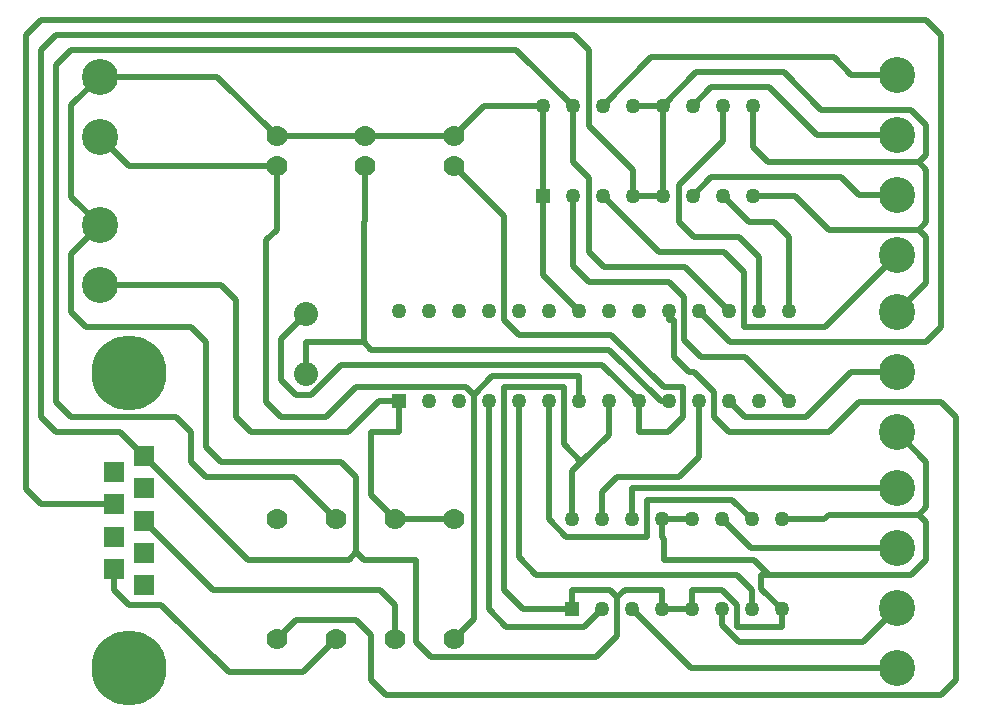
<source format=gbr>
G04 PROTEUS GERBER X2 FILE*
%TF.GenerationSoftware,Labcenter,Proteus,8.12-SP0-Build30713*%
%TF.CreationDate,2022-01-23T14:34:13+00:00*%
%TF.FileFunction,Copper,L2,Bot*%
%TF.FilePolarity,Positive*%
%TF.Part,Single*%
%TF.SameCoordinates,{31d8c894-68c1-4210-9226-32e75d25b3a7}*%
%FSLAX45Y45*%
%MOMM*%
G01*
%TA.AperFunction,Conductor*%
%ADD10C,0.508000*%
%TA.AperFunction,ComponentPad*%
%ADD11R,1.270000X1.270000*%
%ADD12C,1.270000*%
%TA.AperFunction,ComponentPad*%
%ADD13C,3.048000*%
%ADD14C,1.778000*%
%TA.AperFunction,ComponentPad*%
%ADD15R,1.778000X1.778000*%
%ADD16C,6.350000*%
%TA.AperFunction,ComponentPad*%
%ADD17C,2.032000*%
%TD.AperFunction*%
D10*
X-2492000Y+2500000D02*
X-1992000Y+2000000D01*
X-250000Y+2000000D01*
X-250000Y+2508000D02*
X-535500Y+2222500D01*
X-1587500Y+2222500D01*
X-1730000Y+2365000D01*
X-1730000Y+2500000D01*
X-1730000Y+3262000D02*
X-1484000Y+3016000D01*
X-250000Y+3016000D01*
X-250000Y+3524000D02*
X-2492000Y+3524000D01*
X-2492000Y+3262000D01*
X-2742000Y+6000000D02*
X-2266500Y+5524500D01*
X-1714500Y+5524500D01*
X-1547000Y+5357000D01*
X-1547000Y+4889500D01*
X-860500Y+4889500D01*
X-250000Y+5500000D01*
X-1980000Y+6000000D02*
X-1820500Y+6159500D01*
X-723000Y+6159500D01*
X-571500Y+6008000D01*
X-250000Y+6008000D01*
X-250000Y+6516000D02*
X-928000Y+6516000D01*
X-1333500Y+6921500D01*
X-1820500Y+6921500D01*
X-1980000Y+6762000D01*
X-2742000Y+6762000D02*
X-2328500Y+7175500D01*
X-786500Y+7175500D01*
X-635000Y+7024000D01*
X-250000Y+7024000D01*
X-6477000Y+2540000D02*
X-5905500Y+1968500D01*
X-5281500Y+1968500D01*
X-5000000Y+2250000D01*
X-6477000Y+2540000D02*
X-6750000Y+2540000D01*
X-6877000Y+2667000D01*
X-6877000Y+2838840D01*
X-4500000Y+2250000D02*
X-4500000Y+2540000D01*
X-4627000Y+2667000D01*
X-6039680Y+2667000D01*
X-6623000Y+3250320D01*
X-6623000Y+3798960D02*
X-5745040Y+2921000D01*
X-4889500Y+2921000D01*
X-4826000Y+2984500D01*
X-2488000Y+6000000D02*
X-2488000Y+6223000D01*
X-2857500Y+6592500D01*
X-2857500Y+7239000D01*
X-2984500Y+7366000D01*
X-7366000Y+7366000D01*
X-7493000Y+7239000D01*
X-7493000Y+4127500D01*
X-7366000Y+4000500D01*
X-6824540Y+4000500D01*
X-6623000Y+3798960D01*
X-7000000Y+5750000D02*
X-7239000Y+5511000D01*
X-7239000Y+5016500D01*
X-7112000Y+4889500D01*
X-6223000Y+4889500D01*
X-6096000Y+4762500D01*
X-6096000Y+3873500D01*
X-5969000Y+3746500D01*
X-4953000Y+3746500D01*
X-4826000Y+3619500D01*
X-4826000Y+2984500D01*
X-4318000Y+2921000D02*
X-4762500Y+2921000D01*
X-4826000Y+2984500D01*
X-2617412Y+2603500D02*
X-2617412Y+2272088D01*
X-2794000Y+2095500D01*
X-4191000Y+2095500D01*
X-4318000Y+2222500D01*
X-4318000Y+2921000D01*
X-2234000Y+6762000D02*
X-1947500Y+7048500D01*
X-1206500Y+7048500D01*
X-889000Y+6731000D01*
X-127000Y+6731000D01*
X+0Y+6604000D01*
X+0Y+6350000D01*
X-63500Y+6286500D01*
X-3000000Y+2500000D02*
X-3412000Y+2500000D01*
X-3579000Y+2667000D01*
X-3579000Y+4381500D01*
X-3071000Y+4381500D01*
X-3071000Y+3896500D01*
X-2921000Y+3746500D01*
X-7000000Y+7008000D02*
X-6004000Y+7008000D01*
X-5500000Y+6504000D01*
X-1333500Y+2794000D02*
X-127000Y+2794000D01*
X+0Y+2921000D01*
X+0Y+3238500D01*
X-63500Y+3302000D01*
X-63500Y+6286500D02*
X-1345000Y+6286500D01*
X-1472000Y+6413500D01*
X-1472000Y+6762000D01*
X-63500Y+5715000D02*
X-825500Y+5715000D01*
X-1110500Y+6000000D01*
X-1472000Y+6000000D01*
X-3250000Y+6000000D02*
X-3250000Y+5330000D01*
X-2944000Y+5024000D01*
X-3250000Y+6762000D02*
X-3742000Y+6762000D01*
X-4000000Y+6504000D01*
X-63500Y+5715000D02*
X+0Y+5651500D01*
X+0Y+5266000D01*
X-250000Y+5016000D01*
X-63500Y+3302000D02*
X+0Y+3365500D01*
X+0Y+3750000D01*
X-250000Y+4000000D01*
X-1333500Y+2794000D02*
X-1460500Y+2921000D01*
X-2222500Y+2921000D01*
X-3000000Y+2500000D02*
X-3000000Y+2667000D01*
X-2680912Y+2667000D01*
X-2617412Y+2603500D01*
X-2238000Y+2500000D02*
X-2238000Y+2667000D01*
X-2553912Y+2667000D01*
X-2617412Y+2603500D01*
X-1222000Y+2500000D02*
X-1397000Y+2675000D01*
X-1397000Y+2794000D01*
X-1333500Y+2794000D01*
X-63500Y+3302000D02*
X-825500Y+3302000D01*
X-865500Y+3262000D01*
X-1222000Y+3262000D01*
X-2921000Y+3746500D02*
X-3000000Y+3667500D01*
X-3000000Y+3262000D01*
X-2234000Y+6000000D02*
X-2234000Y+6762000D01*
X-3250000Y+6000000D02*
X-3250000Y+6762000D01*
X-1984000Y+2500000D02*
X-1984000Y+2667000D01*
X-1730000Y+2667000D01*
X-1603000Y+2540000D01*
X-1603000Y+2349500D01*
X-1222000Y+2349500D01*
X-1222000Y+2500000D01*
X-7000000Y+7008000D02*
X-7239000Y+6769000D01*
X-7239000Y+5989000D01*
X-7000000Y+5750000D01*
X-4750000Y+6504000D02*
X-5500000Y+6504000D01*
X-4000000Y+6504000D02*
X-4750000Y+6504000D01*
X-63500Y+6286500D02*
X+0Y+6223000D01*
X+0Y+5778500D01*
X-63500Y+5715000D01*
X-2238000Y+3262000D02*
X-2238000Y+3111500D01*
X-2222500Y+3096000D01*
X-2222500Y+2921000D01*
X-2234000Y+6762000D02*
X-2488000Y+6762000D01*
X-2488000Y+6000000D02*
X-2234000Y+6000000D01*
X-2238000Y+2500000D02*
X-1984000Y+2500000D01*
X-2238000Y+3262000D02*
X-1984000Y+3262000D01*
X-2921000Y+3746500D02*
X-2690000Y+3977500D01*
X-2690000Y+4262000D01*
X-1166000Y+4262000D02*
X-1539500Y+4635500D01*
X-1905000Y+4635500D01*
X-2051309Y+4781809D01*
X-2051309Y+5143500D01*
X-2178309Y+5270500D01*
X-2857500Y+5270500D01*
X-2996000Y+5409000D01*
X-2996000Y+6000000D01*
X-1166000Y+5024000D02*
X-1166000Y+5651500D01*
X-1293000Y+5778500D01*
X-1504500Y+5778500D01*
X-1726000Y+6000000D01*
X-1726000Y+6762000D02*
X-1726000Y+6465500D01*
X-2095500Y+6096000D01*
X-2095500Y+5778500D01*
X-1968500Y+5651500D01*
X-1587500Y+5651500D01*
X-1420000Y+5484000D01*
X-1420000Y+5024000D01*
X-2996000Y+6762000D02*
X-3473000Y+7239000D01*
X-7239000Y+7239000D01*
X-7366000Y+7112000D01*
X-7366000Y+4254500D01*
X-7239000Y+4127500D01*
X-6350000Y+4127500D01*
X-6223000Y+4000500D01*
X-6223000Y+3746500D01*
X-6096000Y+3619500D01*
X-5353500Y+3619500D01*
X-5000000Y+3266000D01*
X-2996000Y+6762000D02*
X-2996000Y+6286500D01*
X-2857500Y+6148000D01*
X-2857500Y+5524500D01*
X-2730500Y+5397500D01*
X-2047500Y+5397500D01*
X-1674000Y+5024000D01*
X-6877000Y+3387480D02*
X-7493000Y+3387480D01*
X-7620000Y+3514480D01*
X-7620000Y+7366000D01*
X-7493000Y+7493000D01*
X+0Y+7493000D01*
X+127000Y+7366000D01*
X+127000Y+4889500D01*
X+0Y+4762500D01*
X-1666500Y+4762500D01*
X-1928000Y+5024000D01*
X-2182000Y+5024000D02*
X-2182000Y+4953000D01*
X-2133858Y+4953000D01*
X-2133858Y+4635500D01*
X-2006858Y+4508500D01*
X-1968500Y+4508500D01*
X-1801000Y+4341000D01*
X-1801000Y+4127500D01*
X-1674000Y+4000500D01*
X-825500Y+4000500D01*
X-571500Y+4254500D01*
X+127000Y+4254500D01*
X+254000Y+4127500D01*
X+254000Y+1905000D01*
X+127000Y+1778000D01*
X-4572000Y+1778000D01*
X-4699000Y+1905000D01*
X-4699000Y+2286000D01*
X-4826000Y+2413000D01*
X-5337000Y+2413000D01*
X-5500000Y+2250000D01*
X-2436000Y+4262000D02*
X-2436000Y+4000500D01*
X-2191009Y+4000500D01*
X-2064009Y+4127500D01*
X-2064009Y+4381500D01*
X-2222500Y+4381500D01*
X-2667000Y+4826000D01*
X-3452000Y+4826000D01*
X-3579000Y+4953000D01*
X-3579000Y+5829000D01*
X-4000000Y+6250000D01*
X-2436000Y+4262000D02*
X-2746000Y+4572000D01*
X-4953000Y+4572000D01*
X-5207000Y+4318000D01*
X-5334000Y+4318000D01*
X-5461000Y+4445000D01*
X-5461000Y+4789000D01*
X-5250000Y+5000000D01*
X-4762500Y+4762500D02*
X-4699000Y+4699000D01*
X-2683700Y+4699000D01*
X-2246700Y+4262000D01*
X-2182000Y+4262000D01*
X-4762500Y+4762500D02*
X-5250000Y+4762500D01*
X-5250000Y+4492000D01*
X-4762500Y+4762500D02*
X-4762500Y+5778500D01*
X-4750000Y+5791000D01*
X-4750000Y+6250000D01*
X-2746000Y+2500000D02*
X-2896500Y+2349500D01*
X-3556000Y+2349500D01*
X-3706000Y+2499500D01*
X-3706000Y+4262000D01*
X-1476000Y+2500000D02*
X-1476000Y+2667000D01*
X-1603000Y+2794000D01*
X-3302000Y+2794000D01*
X-3452000Y+2944000D01*
X-3452000Y+4262000D01*
X-1476000Y+3262000D02*
X-1643000Y+3429000D01*
X-2365000Y+3429000D01*
X-2365000Y+3111500D01*
X-3048000Y+3111500D01*
X-3198000Y+3261500D01*
X-3198000Y+4262000D01*
X-2746000Y+3262000D02*
X-2746000Y+3492500D01*
X-2619000Y+3619500D01*
X-2095500Y+3619500D01*
X-1928000Y+3787000D01*
X-1928000Y+4262000D01*
X-250000Y+4508000D02*
X-635500Y+4508000D01*
X-1016000Y+4127500D01*
X-1539500Y+4127500D01*
X-1674000Y+4262000D01*
X-4468000Y+4262000D02*
X-4635500Y+4262000D01*
X-4897000Y+4000500D01*
X-5715000Y+4000500D01*
X-5842000Y+4127500D01*
X-5842000Y+5115000D01*
X-5969000Y+5242000D01*
X-7000000Y+5242000D01*
X-4500000Y+3266000D02*
X-4699000Y+3465000D01*
X-4699000Y+4000500D01*
X-4468000Y+4262000D02*
X-4468000Y+4000500D01*
X-4699000Y+4000500D01*
X-4500000Y+3266000D02*
X-4000000Y+3266000D01*
X-5500000Y+6250000D02*
X-5500000Y+5715000D01*
X-5588000Y+5627000D01*
X-5588000Y+4254500D01*
X-5461000Y+4127500D01*
X-5080000Y+4127500D01*
X-4826000Y+4381500D01*
X-3896500Y+4381500D01*
X-3833000Y+4318000D01*
X-5500000Y+6250000D02*
X-6750000Y+6250000D01*
X-7000000Y+6500000D01*
X-3833000Y+4318000D02*
X-3674250Y+4476750D01*
X-2944000Y+4476750D01*
X-2944000Y+4262000D01*
X-3833000Y+4318000D02*
X-3833000Y+2417000D01*
X-4000000Y+2250000D01*
D11*
X-4468000Y+4262000D03*
D12*
X-4214000Y+4262000D03*
X-3960000Y+4262000D03*
X-3706000Y+4262000D03*
X-3452000Y+4262000D03*
X-3198000Y+4262000D03*
X-2944000Y+4262000D03*
X-2690000Y+4262000D03*
X-2436000Y+4262000D03*
X-2182000Y+4262000D03*
X-1928000Y+4262000D03*
X-1674000Y+4262000D03*
X-1420000Y+4262000D03*
X-1166000Y+4262000D03*
X-1166000Y+5024000D03*
X-1420000Y+5024000D03*
X-1674000Y+5024000D03*
X-1928000Y+5024000D03*
X-2182000Y+5024000D03*
X-2436000Y+5024000D03*
X-2690000Y+5024000D03*
X-2944000Y+5024000D03*
X-3198000Y+5024000D03*
X-3452000Y+5024000D03*
X-3706000Y+5024000D03*
X-3960000Y+5024000D03*
X-4214000Y+5024000D03*
X-4466000Y+5024000D03*
D11*
X-3000000Y+2500000D03*
D12*
X-2746000Y+2500000D03*
X-2492000Y+2500000D03*
X-2238000Y+2500000D03*
X-1984000Y+2500000D03*
X-1730000Y+2500000D03*
X-1476000Y+2500000D03*
X-1222000Y+2500000D03*
X-1222000Y+3262000D03*
X-1476000Y+3262000D03*
X-1730000Y+3262000D03*
X-1984000Y+3262000D03*
X-2238000Y+3262000D03*
X-2492000Y+3262000D03*
X-2746000Y+3262000D03*
X-3000000Y+3262000D03*
D11*
X-3250000Y+6000000D03*
D12*
X-2996000Y+6000000D03*
X-2742000Y+6000000D03*
X-2488000Y+6000000D03*
X-2234000Y+6000000D03*
X-1980000Y+6000000D03*
X-1726000Y+6000000D03*
X-1472000Y+6000000D03*
X-1472000Y+6762000D03*
X-1726000Y+6762000D03*
X-1980000Y+6762000D03*
X-2234000Y+6762000D03*
X-2488000Y+6762000D03*
X-2742000Y+6762000D03*
X-2996000Y+6762000D03*
X-3250000Y+6762000D03*
D13*
X-7000000Y+6500000D03*
X-7000000Y+7008000D03*
X-250000Y+2000000D03*
X-250000Y+2508000D03*
X-250000Y+3016000D03*
X-250000Y+3524000D03*
X-250000Y+5500000D03*
X-250000Y+6008000D03*
X-250000Y+6516000D03*
X-250000Y+7024000D03*
X-250000Y+4000000D03*
X-250000Y+4508000D03*
X-250000Y+5016000D03*
D14*
X-4000000Y+2250000D03*
X-4000000Y+3266000D03*
X-4500000Y+2250000D03*
X-4500000Y+3266000D03*
X-5000000Y+2250000D03*
X-5000000Y+3266000D03*
X-5500000Y+2250000D03*
X-5500000Y+3266000D03*
X-4000000Y+6250000D03*
X-4000000Y+6504000D03*
X-4750000Y+6250000D03*
X-4750000Y+6504000D03*
X-5500000Y+6250000D03*
X-5500000Y+6504000D03*
D15*
X-6623000Y+2701680D03*
X-6623000Y+2976000D03*
X-6623000Y+3250320D03*
X-6623000Y+3524640D03*
X-6623000Y+3798960D03*
X-6877000Y+2838840D03*
X-6877000Y+3113160D03*
X-6877000Y+3387480D03*
X-6877000Y+3661800D03*
D16*
X-6750000Y+2000640D03*
X-6750000Y+4500000D03*
D17*
X-5250000Y+5000000D03*
X-5250000Y+4492000D03*
D13*
X-7000000Y+5242000D03*
X-7000000Y+5750000D03*
M02*

</source>
